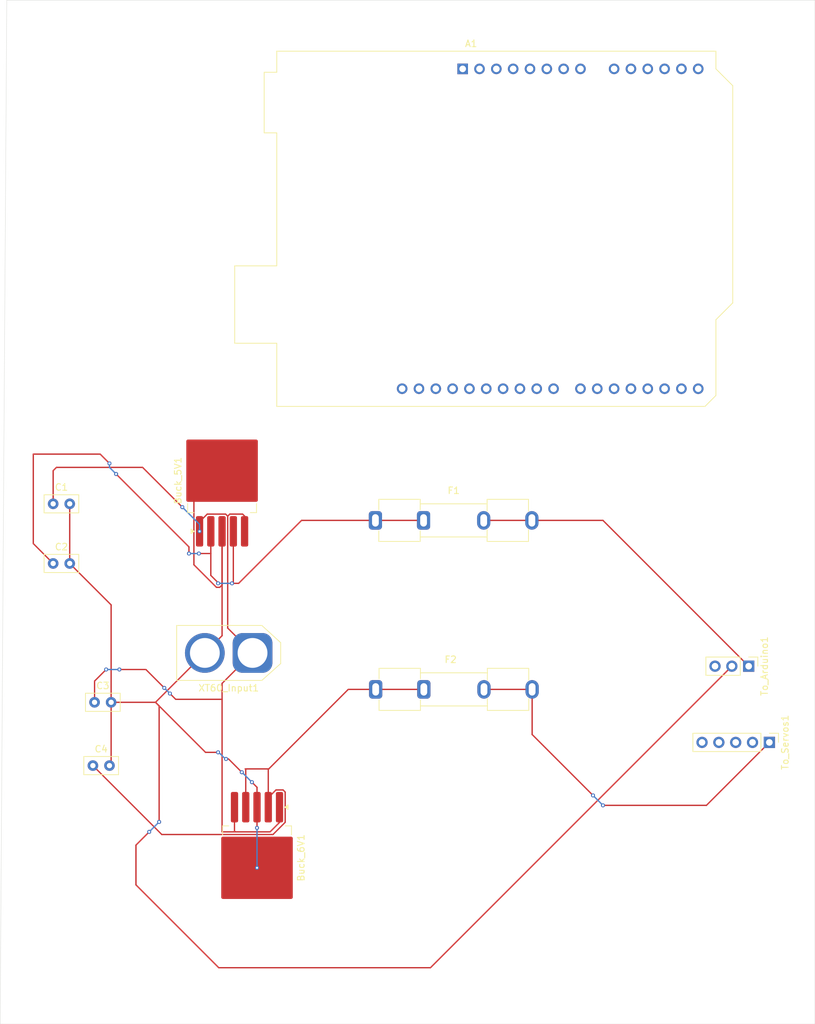
<source format=kicad_pcb>
(kicad_pcb (version 20241229) (generator "pcbnew") (generator_version "9.0")
  (layers (0 "F.Cu" signal) (2 "B.Cu" signal) (13 "F.Paste" user) (15 "B.Paste" user) (5 "F.SilkS" user "F.Silkscreen") (7 "B.SilkS" user "B.Silkscreen") (1 "F.Mask" user) (3 "B.Mask" user) (25 "Edge.Cuts" user))
  (net 0 "")
  (net 2 "Net-(A1-GND-Pad6)")
  (net 10 "Net-(A1-GND-Pad29)")
  (net 29 "Net-(A1-+5V)")
  (net 30 "Net-(A1-GND-Pad7)")
  (net 33 "/GND")
  (net 34 "/+24V_IN")
  (net 35 "/+5V")
  (net 36 "/+6V")
  (net 37 "Net-(To_Arduino1-Pin_1)")
  (net 38 "Net-(To_Servos1-Pin_1)")
  (footprint "Capacitor_THT:C_Disc_D5.0mm_W2.5mm_P2.50mm" (layer "F.Cu") (at 54.25 125.95)
    (property "Reference" "C3" (at 1.25 -2.5 0) (layer "F.SilkS"))
    (property "Value" "C_Small")
    (fp_line (start -1.37 -1.37) (end -1.37 1.37) (stroke (width 0.12)) (layer "F.SilkS"))
    (fp_line (start -1.37 -1.37) (end 3.87 -1.37) (stroke (width 0.12)) (layer "F.SilkS"))
    (fp_line (start -1.37 1.37) (end 3.87 1.37) (stroke (width 0.12)) (layer "F.SilkS"))
    (fp_line (start 3.87 -1.37) (end 3.87 1.37) (stroke (width 0.12)) (layer "F.SilkS"))
    (pad "1" thru_hole circle (at 0 0) (size 1.6 1.6) (drill 0.8) (layers "*.Cu" "*.Mask") (net 34 "/+24V_IN"))
    (pad "2" thru_hole circle (at 2.5 0) (size 1.6 1.6) (drill 0.8) (layers "*.Cu" "*.Mask") (net 33 "/GND"))
  )
  (footprint "Fuse:Fuseholder_Clip-5x20mm_Keystone_3512_Inline_P23.62x7.27mm_D1.02x1.57mm_Horizontal" (layer "F.Cu") (at 96.65 98.5)
    (property "Reference" "F1" (at 11.81 -4.5 0) (layer "F.SilkS"))
    (property "Value" "Fuse")
    (fp_line (start 0.51 -3.175) (end 0.51 -1.6) (stroke (width 0.12)) (layer "F.SilkS"))
    (fp_line (start 0.51 3.175) (end 0.51 1.6) (stroke (width 0.12)) (layer "F.SilkS"))
    (fp_line (start 6.76 -3.175) (end 0.51 -3.175) (stroke (width 0.12)) (layer "F.SilkS"))
    (fp_line (start 6.76 -3.175) (end 6.76 -1.6) (stroke (width 0.12)) (layer "F.SilkS"))
    (fp_line (start 6.76 3.175) (end 0.51 3.175) (stroke (width 0.12)) (layer "F.SilkS"))
    (fp_line (start 6.76 3.175) (end 6.76 1.6) (stroke (width 0.12)) (layer "F.SilkS"))
    (fp_line (start 16.86 -3.175) (end 16.86 -1.4) (stroke (width 0.12)) (layer "F.SilkS"))
    (fp_line (start 16.86 -2.5) (end 6.76 -2.5) (stroke (width 0.12)) (layer "F.SilkS"))
    (fp_line (start 16.86 2.5) (end 6.76 2.5) (stroke (width 0.12)) (layer "F.SilkS"))
    (fp_line (start 16.86 3.175) (end 16.86 1.4) (stroke (width 0.12)) (layer "F.SilkS"))
    (fp_line (start 16.86 3.175) (end 23.11 3.175) (stroke (width 0.12)) (layer "F.SilkS"))
    (fp_line (start 23.11 -3.175) (end 16.86 -3.175) (stroke (width 0.12)) (layer "F.SilkS"))
    (fp_line (start 23.11 -1.4) (end 23.11 -3.175) (stroke (width 0.12)) (layer "F.SilkS"))
    (fp_line (start 23.11 1.4) (end 23.11 3.175) (stroke (width 0.12)) (layer "F.SilkS"))
    (pad "1" thru_hole roundrect (at 0 0) (size 2 2.8) (drill oval 1.02 1.87) (layers "*.Cu" "*.Mask") (net 35 "/+5V"))
    (pad "1" thru_hole roundrect (at 7.27 0) (size 2 2.8) (drill oval 1.02 1.87) (layers "*.Cu" "*.Mask") (net 35 "/+5V"))
    (pad "2" thru_hole oval (at 16.35 0) (size 2 2.8) (drill oval 1.02 1.87) (layers "*.Cu" "*.Mask") (net 37 "Net-(To_Arduino1-Pin_1)"))
    (pad "2" thru_hole oval (at 23.62 0) (size 2 2.8) (drill oval 1.02 1.87) (layers "*.Cu" "*.Mask") (net 37 "Net-(To_Arduino1-Pin_1)"))
  )
  (footprint "Capacitor_THT:C_Disc_D5.0mm_W2.5mm_P2.50mm" (layer "F.Cu") (at 48 105)
    (property "Reference" "C2" (at 1.25 -2.5 0) (layer "F.SilkS"))
    (property "Value" "C_Small")
    (fp_line (start -1.37 -1.37) (end -1.37 1.37) (stroke (width 0.12)) (layer "F.SilkS"))
    (fp_line (start -1.37 -1.37) (end 3.87 -1.37) (stroke (width 0.12)) (layer "F.SilkS"))
    (fp_line (start -1.37 1.37) (end 3.87 1.37) (stroke (width 0.12)) (layer "F.SilkS"))
    (fp_line (start 3.87 -1.37) (end 3.87 1.37) (stroke (width 0.12)) (layer "F.SilkS"))
    (pad "1" thru_hole circle (at 0 0) (size 1.6 1.6) (drill 0.8) (layers "*.Cu" "*.Mask") (net 35 "/+5V"))
    (pad "2" thru_hole circle (at 2.5 0) (size 1.6 1.6) (drill 0.8) (layers "*.Cu" "*.Mask") (net 33 "/GND"))
  )
  (footprint "Capacitor_THT:C_Disc_D5.0mm_W2.5mm_P2.50mm" (layer "F.Cu") (at 48 96)
    (property "Reference" "C1" (at 1.25 -2.5 0) (layer "F.SilkS"))
    (property "Value" "C_Small")
    (fp_line (start -1.37 -1.37) (end -1.37 1.37) (stroke (width 0.12)) (layer "F.SilkS"))
    (fp_line (start -1.37 -1.37) (end 3.87 -1.37) (stroke (width 0.12)) (layer "F.SilkS"))
    (fp_line (start -1.37 1.37) (end 3.87 1.37) (stroke (width 0.12)) (layer "F.SilkS"))
    (fp_line (start 3.87 -1.37) (end 3.87 1.37) (stroke (width 0.12)) (layer "F.SilkS"))
    (pad "1" thru_hole circle (at 0 0) (size 1.6 1.6) (drill 0.8) (layers "*.Cu" "*.Mask") (net 34 "/+24V_IN"))
    (pad "2" thru_hole circle (at 2.5 0) (size 1.6 1.6) (drill 0.8) (layers "*.Cu" "*.Mask") (net 33 "/GND"))
  )
  (footprint "Connector_PinHeader_2.54mm:PinHeader_1x05_P2.54mm_Vertical" (layer "F.Cu") (at 156.12 132 -90)
    (property "Reference" "To_Servos1" (at 0 -2.38 90) (layer "F.SilkS"))
    (property "Value" "Conn_01x05")
    (fp_line (start -1.38 11.54) (end 1.38 11.54) (stroke (width 0.12)) (layer "F.SilkS"))
    (fp_line (start -1.38 1.27) (end -1.38 11.54) (stroke (width 0.12)) (layer "F.SilkS"))
    (fp_line (start -1.38 1.27) (end 1.38 1.27) (stroke (width 0.12)) (layer "F.SilkS"))
    (fp_line (start 1.38 1.27) (end 1.38 11.54) (stroke (width 0.12)) (layer "F.SilkS"))
    (fp_line (start -1.38 0) (end -1.38 -1.38) (stroke (width 0.12)) (layer "F.SilkS"))
    (fp_line (start -1.38 -1.38) (end 0 -1.38) (stroke (width 0.12)) (layer "F.SilkS"))
    (pad "1" thru_hole rect (at 0 0 270) (size 1.7 1.7) (drill 1) (layers "*.Cu" "*.Mask") (net 38 "Net-(To_Servos1-Pin_1)"))
    (pad "2" thru_hole circle (at 0 2.54 270) (size 1.7 1.7) (drill 1) (layers "*.Cu" "*.Mask"))
    (pad "3" thru_hole circle (at 0 5.08 270) (size 1.7 1.7) (drill 1) (layers "*.Cu" "*.Mask"))
    (pad "4" thru_hole circle (at 0 7.62 270) (size 1.7 1.7) (drill 1) (layers "*.Cu" "*.Mask"))
    (pad "5" thru_hole circle (at 0 10.16 270) (size 1.7 1.7) (drill 1) (layers "*.Cu" "*.Mask"))
  )
  (footprint "Module:Arduino_UNO_R3" (layer "F.Cu") (at 109.825 30.37)
    (property "Reference" "A1" (at 1.27 -3.81 180) (layer "F.SilkS"))
    (property "Value" "Arduino_UNO_R3")
    (fp_line (start -34.42 29.72) (end -34.42 41.4) (stroke (width 0.12)) (layer "F.SilkS"))
    (fp_line (start -34.42 41.4) (end -28.07 41.4) (stroke (width 0.12)) (layer "F.SilkS"))
    (fp_line (start -29.97 0.51) (end -29.97 9.65) (stroke (width 0.12)) (layer "F.SilkS"))
    (fp_line (start -29.97 9.65) (end -28.07 9.65) (stroke (width 0.12)) (layer "F.SilkS"))
    (fp_line (start -28.07 -2.67) (end -28.07 0.51) (stroke (width 0.12)) (layer "F.SilkS"))
    (fp_line (start -28.07 0.51) (end -29.97 0.51) (stroke (width 0.12)) (layer "F.SilkS"))
    (fp_line (start -28.07 9.65) (end -28.07 29.72) (stroke (width 0.12)) (layer "F.SilkS"))
    (fp_line (start -28.07 29.72) (end -34.42 29.72) (stroke (width 0.12)) (layer "F.SilkS"))
    (fp_line (start -28.07 41.4) (end -28.07 50.93) (stroke (width 0.12)) (layer "F.SilkS"))
    (fp_line (start -28.07 50.93) (end 36.58 50.93) (stroke (width 0.12)) (layer "F.SilkS"))
    (fp_line (start 36.58 50.93) (end 38.23 49.28) (stroke (width 0.12)) (layer "F.SilkS"))
    (fp_line (start 38.23 -2.67) (end -28.07 -2.67) (stroke (width 0.12)) (layer "F.SilkS"))
    (fp_line (start 38.23 0) (end 38.23 -2.67) (stroke (width 0.12)) (layer "F.SilkS"))
    (fp_line (start 38.23 37.85) (end 40.77 35.31) (stroke (width 0.12)) (layer "F.SilkS"))
    (fp_line (start 38.23 49.28) (end 38.23 37.85) (stroke (width 0.12)) (layer "F.SilkS"))
    (fp_line (start 40.77 2.54) (end 38.23 0) (stroke (width 0.12)) (layer "F.SilkS"))
    (fp_line (start 40.77 35.31) (end 40.77 2.54) (stroke (width 0.12)) (layer "F.SilkS"))
    (pad "1" thru_hole rect (at 0 0 90) (size 1.6 1.6) (drill 1) (layers "*.Cu" "*.Mask"))
    (pad "2" thru_hole oval (at 2.54 0 90) (size 1.6 1.6) (drill 1) (layers "*.Cu" "*.Mask"))
    (pad "3" thru_hole oval (at 5.08 0 90) (size 1.6 1.6) (drill 1) (layers "*.Cu" "*.Mask"))
    (pad "4" thru_hole oval (at 7.62 0 90) (size 1.6 1.6) (drill 1) (layers "*.Cu" "*.Mask"))
    (pad "5" thru_hole oval (at 10.16 0 90) (size 1.6 1.6) (drill 1) (layers "*.Cu" "*.Mask") (net 29 "Net-(A1-+5V)"))
    (pad "6" thru_hole oval (at 12.7 0 90) (size 1.6 1.6) (drill 1) (layers "*.Cu" "*.Mask") (net 2 "Net-(A1-GND-Pad6)"))
    (pad "7" thru_hole oval (at 15.24 0 90) (size 1.6 1.6) (drill 1) (layers "*.Cu" "*.Mask") (net 30 "Net-(A1-GND-Pad7)"))
    (pad "8" thru_hole oval (at 17.78 0 90) (size 1.6 1.6) (drill 1) (layers "*.Cu" "*.Mask"))
    (pad "9" thru_hole oval (at 22.86 0 90) (size 1.6 1.6) (drill 1) (layers "*.Cu" "*.Mask"))
    (pad "10" thru_hole oval (at 25.4 0 90) (size 1.6 1.6) (drill 1) (layers "*.Cu" "*.Mask"))
    (pad "11" thru_hole oval (at 27.94 0 90) (size 1.6 1.6) (drill 1) (layers "*.Cu" "*.Mask"))
    (pad "12" thru_hole oval (at 30.48 0 90) (size 1.6 1.6) (drill 1) (layers "*.Cu" "*.Mask"))
    (pad "13" thru_hole oval (at 33.02 0 90) (size 1.6 1.6) (drill 1) (layers "*.Cu" "*.Mask"))
    (pad "14" thru_hole oval (at 35.56 0 90) (size 1.6 1.6) (drill 1) (layers "*.Cu" "*.Mask"))
    (pad "15" thru_hole oval (at 35.56 48.26 90) (size 1.6 1.6) (drill 1) (layers "*.Cu" "*.Mask"))
    (pad "16" thru_hole oval (at 33.02 48.26 90) (size 1.6 1.6) (drill 1) (layers "*.Cu" "*.Mask"))
    (pad "17" thru_hole oval (at 30.48 48.26 90) (size 1.6 1.6) (drill 1) (layers "*.Cu" "*.Mask"))
    (pad "18" thru_hole oval (at 27.94 48.26 90) (size 1.6 1.6) (drill 1) (layers "*.Cu" "*.Mask"))
    (pad "19" thru_hole oval (at 25.4 48.26 90) (size 1.6 1.6) (drill 1) (layers "*.Cu" "*.Mask"))
    (pad "20" thru_hole oval (at 22.86 48.26 90) (size 1.6 1.6) (drill 1) (layers "*.Cu" "*.Mask"))
    (pad "21" thru_hole oval (at 20.32 48.26 90) (size 1.6 1.6) (drill 1) (layers "*.Cu" "*.Mask"))
    (pad "22" thru_hole oval (at 17.78 48.26 90) (size 1.6 1.6) (drill 1) (layers "*.Cu" "*.Mask"))
    (pad "23" thru_hole oval (at 13.72 48.26 90) (size 1.6 1.6) (drill 1) (layers "*.Cu" "*.Mask"))
    (pad "24" thru_hole oval (at 11.18 48.26 90) (size 1.6 1.6) (drill 1) (layers "*.Cu" "*.Mask"))
    (pad "25" thru_hole oval (at 8.64 48.26 90) (size 1.6 1.6) (drill 1) (layers "*.Cu" "*.Mask"))
    (pad "26" thru_hole oval (at 6.1 48.26 90) (size 1.6 1.6) (drill 1) (layers "*.Cu" "*.Mask"))
    (pad "27" thru_hole oval (at 3.56 48.26 90) (size 1.6 1.6) (drill 1) (layers "*.Cu" "*.Mask"))
    (pad "28" thru_hole oval (at 1.02 48.26 90) (size 1.6 1.6) (drill 1) (layers "*.Cu" "*.Mask"))
    (pad "29" thru_hole oval (at -1.52 48.26 90) (size 1.6 1.6) (drill 1) (layers "*.Cu" "*.Mask") (net 10 "Net-(A1-GND-Pad29)"))
    (pad "30" thru_hole oval (at -4.06 48.26 90) (size 1.6 1.6) (drill 1) (layers "*.Cu" "*.Mask"))
    (pad "31" thru_hole oval (at -6.6 48.26 90) (size 1.6 1.6) (drill 1) (layers "*.Cu" "*.Mask"))
    (pad "32" thru_hole oval (at -9.14 48.26 90) (size 1.6 1.6) (drill 1) (layers "*.Cu" "*.Mask"))
  )
  (footprint "Capacitor_THT:C_Disc_D5.0mm_W2.5mm_P2.50mm" (layer "F.Cu") (at 54 135.5)
    (property "Reference" "C4" (at 1.25 -2.5 0) (layer "F.SilkS"))
    (property "Value" "C_Small")
    (fp_line (start -1.37 -1.37) (end -1.37 1.37) (stroke (width 0.12)) (layer "F.SilkS"))
    (fp_line (start -1.37 -1.37) (end 3.87 -1.37) (stroke (width 0.12)) (layer "F.SilkS"))
    (fp_line (start -1.37 1.37) (end 3.87 1.37) (stroke (width 0.12)) (layer "F.SilkS"))
    (fp_line (start 3.87 -1.37) (end 3.87 1.37) (stroke (width 0.12)) (layer "F.SilkS"))
    (pad "1" thru_hole circle (at 0 0) (size 1.6 1.6) (drill 0.8) (layers "*.Cu" "*.Mask") (net 36 "/+6V"))
    (pad "2" thru_hole circle (at 2.5 0) (size 1.6 1.6) (drill 0.8) (layers "*.Cu" "*.Mask") (net 33 "/GND"))
  )
  (footprint "Package_TO_SOT_SMD:TO-263-5_TabPin3" (layer "F.Cu") (at 78.775 149.425 -90)
    (property "Reference" "Buck_6V1" (at 0 -6.65 90) (layer "F.SilkS"))
    (property "Value" "LM2596S-ADJ")
    (fp_line (start -4.825 5.2) (end -4.825 4.25) (stroke (width 0.12)) (layer "F.SilkS"))
    (fp_line (start -3.46 5.2) (end -4.825 5.2) (stroke (width 0.12)) (layer "F.SilkS"))
    (fp_line (start -4.825 -5.2) (end -4.825 -4.25) (stroke (width 0.12)) (layer "F.SilkS"))
    (fp_line (start -3.46 -5.2) (end -4.825 -5.2) (stroke (width 0.12)) (layer "F.SilkS"))
    (fp_poly (pts (xy -7.65 -4.21) (xy -7.99 -4.68) (xy -7.31 -4.68)) (stroke (width 0.12)) (fill yes) (layer "F.SilkS"))
    (pad "1" smd roundrect (at -7.65 -3.4 270) (size 4.6 1.1) (layers "F.Cu" "F.Mask" "F.Paste") (roundrect_rratio 0.227273) (net 34 "/+24V_IN"))
    (pad "2" smd roundrect (at -7.65 -1.7 270) (size 4.6 1.1) (layers "F.Cu" "F.Mask" "F.Paste") (roundrect_rratio 0.227273) (net 36 "/+6V"))
    (pad "3" smd roundrect (at -7.65 0 270) (size 4.6 1.1) (layers "F.Cu" "F.Mask" "F.Paste") (roundrect_rratio 0.227273) (net 33 "/GND"))
    (pad "3" smd roundrect (at 1.5 0 270) (size 9.4 10.8) (layers "F.Cu" "F.Mask") (roundrect_rratio 0.026596) (net 33 "/GND"))
    (pad "4" smd roundrect (at -7.65 1.7 270) (size 4.6 1.1) (layers "F.Cu" "F.Mask" "F.Paste") (roundrect_rratio 0.227273) (net 36 "/+6V"))
    (pad "5" smd roundrect (at -7.65 3.4 270) (size 4.6 1.1) (layers "F.Cu" "F.Mask" "F.Paste") (roundrect_rratio 0.227273) (net 34 "/+24V_IN"))
  )
  (footprint "Connector_AMASS:AMASS_XT60-F_1x02_P7.20mm_Vertical" (layer "F.Cu") (at 78.1 118.5 180)
    (property "Reference" "XT60_Input1" (at 3.6 -5.3 0) (layer "F.SilkS"))
    (property "Value" "Conn_01x02")
    (fp_line (start 11.45 4.15) (end 11.45 -4.15) (stroke (width 0.12)) (layer "F.SilkS"))
    (fp_line (start 11.45 -4.15) (end -1.4 -4.15) (stroke (width 0.12)) (layer "F.SilkS"))
    (fp_line (start -1.4 4.15) (end 11.45 4.15) (stroke (width 0.12)) (layer "F.SilkS"))
    (fp_line (start -1.4 -4.15) (end -4.25 -1.6) (stroke (width 0.12)) (layer "F.SilkS"))
    (fp_line (start -4.25 1.55) (end -1.4 4.15) (stroke (width 0.12)) (layer "F.SilkS"))
    (fp_line (start -4.25 -1.6) (end -4.25 1.55) (stroke (width 0.12)) (layer "F.SilkS"))
    (pad "1" thru_hole roundrect (at 0 0 180) (size 6 6) (drill 4.5) (layers "*.Cu" "*.Mask") (net 34 "/+24V_IN"))
    (pad "2" thru_hole circle (at 7.2 0 180) (size 6 6) (drill 4.5) (layers "*.Cu" "*.Mask") (net 33 "/GND"))
  )
  (footprint "Fuse:Fuseholder_Clip-5x20mm_Keystone_3512_Inline_P23.62x7.27mm_D1.02x1.57mm_Horizontal" (layer "F.Cu") (at 96.69 124)
    (property "Reference" "F2" (at 11.31 -4.5 0) (layer "F.SilkS"))
    (property "Value" "Fuse")
    (fp_line (start 0.51 -3.175) (end 0.51 -1.6) (stroke (width 0.12)) (layer "F.SilkS"))
    (fp_line (start 0.51 3.175) (end 0.51 1.6) (stroke (width 0.12)) (layer "F.SilkS"))
    (fp_line (start 6.76 -3.175) (end 0.51 -3.175) (stroke (width 0.12)) (layer "F.SilkS"))
    (fp_line (start 6.76 -3.175) (end 6.76 -1.6) (stroke (width 0.12)) (layer "F.SilkS"))
    (fp_line (start 6.76 3.175) (end 0.51 3.175) (stroke (width 0.12)) (layer "F.SilkS"))
    (fp_line (start 6.76 3.175) (end 6.76 1.6) (stroke (width 0.12)) (layer "F.SilkS"))
    (fp_line (start 16.86 -3.175) (end 16.86 -1.4) (stroke (width 0.12)) (layer "F.SilkS"))
    (fp_line (start 16.86 -2.5) (end 6.76 -2.5) (stroke (width 0.12)) (layer "F.SilkS"))
    (fp_line (start 16.86 2.5) (end 6.76 2.5) (stroke (width 0.12)) (layer "F.SilkS"))
    (fp_line (start 16.86 3.175) (end 16.86 1.4) (stroke (width 0.12)) (layer "F.SilkS"))
    (fp_line (start 16.86 3.175) (end 23.11 3.175) (stroke (width 0.12)) (layer "F.SilkS"))
    (fp_line (start 23.11 -3.175) (end 16.86 -3.175) (stroke (width 0.12)) (layer "F.SilkS"))
    (fp_line (start 23.11 -1.4) (end 23.11 -3.175) (stroke (width 0.12)) (layer "F.SilkS"))
    (fp_line (start 23.11 1.4) (end 23.11 3.175) (stroke (width 0.12)) (layer "F.SilkS"))
    (pad "1" thru_hole roundrect (at 0 0) (size 2 2.8) (drill oval 1.02 1.87) (layers "*.Cu" "*.Mask") (net 36 "/+6V"))
    (pad "1" thru_hole roundrect (at 7.27 0) (size 2 2.8) (drill oval 1.02 1.87) (layers "*.Cu" "*.Mask") (net 36 "/+6V"))
    (pad "2" thru_hole oval (at 16.35 0) (size 2 2.8) (drill oval 1.02 1.87) (layers "*.Cu" "*.Mask") (net 38 "Net-(To_Servos1-Pin_1)"))
    (pad "2" thru_hole oval (at 23.62 0) (size 2 2.8) (drill oval 1.02 1.87) (layers "*.Cu" "*.Mask") (net 38 "Net-(To_Servos1-Pin_1)"))
  )
  (footprint "Package_TO_SOT_SMD:TO-263-5_TabPin3" (layer "F.Cu") (at 73.5 92.5 90)
    (property "Reference" "Buck_5V1" (at 0 -6.65 90) (layer "F.SilkS"))
    (property "Value" "LM2596S-ADJ")
    (fp_line (start -3.46 -5.2) (end -4.825 -5.2) (stroke (width 0.12)) (layer "F.SilkS"))
    (fp_line (start -4.825 -5.2) (end -4.825 -4.25) (stroke (width 0.12)) (layer "F.SilkS"))
    (fp_line (start -3.46 5.2) (end -4.825 5.2) (stroke (width 0.12)) (layer "F.SilkS"))
    (fp_line (start -4.825 5.2) (end -4.825 4.25) (stroke (width 0.12)) (layer "F.SilkS"))
    (fp_poly (pts (xy -7.65 -4.21) (xy -7.99 -4.68) (xy -7.31 -4.68)) (stroke (width 0.12)) (fill yes) (layer "F.SilkS"))
    (pad "1" smd roundrect (at -7.65 -3.4 90) (size 4.6 1.1) (layers "F.Cu" "F.Mask" "F.Paste") (roundrect_rratio 0.227273) (net 34 "/+24V_IN"))
    (pad "2" smd roundrect (at -7.65 -1.7 90) (size 4.6 1.1) (layers "F.Cu" "F.Mask" "F.Paste") (roundrect_rratio 0.227273) (net 35 "/+5V"))
    (pad "3" smd roundrect (at -7.65 0 90) (size 4.6 1.1) (layers "F.Cu" "F.Mask" "F.Paste") (roundrect_rratio 0.227273) (net 33 "/GND"))
    (pad "3" smd roundrect (at 1.5 0 90) (size 9.4 10.8) (layers "F.Cu" "F.Mask") (roundrect_rratio 0.026596) (net 33 "/GND"))
    (pad "4" smd roundrect (at -7.65 1.7 90) (size 4.6 1.1) (layers "F.Cu" "F.Mask" "F.Paste") (roundrect_rratio 0.227273) (net 35 "/+5V"))
    (pad "5" smd roundrect (at -7.65 3.4 90) (size 4.6 1.1) (layers "F.Cu" "F.Mask" "F.Paste") (roundrect_rratio 0.227273) (net 34 "/+24V_IN"))
  )
  (footprint "Connector_PinHeader_2.54mm:PinHeader_1x03_P2.54mm_Vertical" (layer "F.Cu") (at 153 120.5 -90)
    (property "Reference" "To_Arduino1" (at 0 -2.38 90) (layer "F.SilkS"))
    (property "Value" "Conn_01x03")
    (fp_line (start -1.38 6.46) (end 1.38 6.46) (stroke (width 0.12)) (layer "F.SilkS"))
    (fp_line (start -1.38 1.27) (end -1.38 6.46) (stroke (width 0.12)) (layer "F.SilkS"))
    (fp_line (start -1.38 1.27) (end 1.38 1.27) (stroke (width 0.12)) (layer "F.SilkS"))
    (fp_line (start 1.38 1.27) (end 1.38 6.46) (stroke (width 0.12)) (layer "F.SilkS"))
    (fp_line (start -1.38 0) (end -1.38 -1.38) (stroke (width 0.12)) (layer "F.SilkS"))
    (fp_line (start -1.38 -1.38) (end 0 -1.38) (stroke (width 0.12)) (layer "F.SilkS"))
    (pad "1" thru_hole rect (at 0 0 270) (size 1.7 1.7) (drill 1) (layers "*.Cu" "*.Mask") (net 37 "Net-(To_Arduino1-Pin_1)"))
    (pad "2" thru_hole circle (at 0 2.54 270) (size 1.7 1.7) (drill 1) (layers "*.Cu" "*.Mask") (net 33 "/GND"))
    (pad "3" thru_hole circle (at 0 5.08 270) (size 1.7 1.7) (drill 1) (layers "*.Cu" "*.Mask"))
  )
  (gr_line (start 163 20) (end 163 174.5) (stroke (width 0.05)) (layer "Edge.Cuts"))
  (gr_line (start 40 174.5) (end 41 20) (stroke (width 0.05)) (layer "Edge.Cuts"))
  (gr_line (start 163 174.5) (end 40 174.5) (stroke (width 0.05)) (layer "Edge.Cuts"))
  (gr_line (start 41 20) (end 163 20) (stroke (width 0.05)) (layer "Edge.Cuts"))
  (segment (start 78.775 138.775) (end 78 138) (width 0.2) (layer "F.Cu") (net 33))
  (segment (start 73.5 108.249943) (end 73.148943 108.601) (width 0.2) (layer "F.Cu") (net 33))
  (segment (start 56.75 134.75) (end 56.75 125.95) (width 0.2) (layer "F.Cu") (net 33))
  (segment (start 104.96 166) (end 73 166) (width 0.2) (layer "F.Cu") (net 33))
  (segment (start 50.5 105) (end 50.5 96) (width 0.2) (layer "F.Cu") (net 33))
  (segment (start 73 166) (end 60.5 153.5) (width 0.2) (layer "F.Cu") (net 33))
  (segment (start 56.5 135) (end 56.75 134.75) (width 0.2) (layer "F.Cu") (net 33))
  (segment (start 73.5 100.15) (end 73.5 115.9) (width 0.2) (layer "F.Cu") (net 33))
  (segment (start 73.148943 108.601) (end 72.651057 108.601) (width 0.2) (layer "F.Cu") (net 33))
  (segment (start 63.45 125.95) (end 56.75 125.95) (width 0.2) (layer "F.Cu") (net 33))
  (segment (start 60.5 153.5) (end 60.5 147.5) (width 0.2) (layer "F.Cu") (net 33))
  (segment (start 56.75 125.95) (end 56.75 111.25) (width 0.2) (layer "F.Cu") (net 33))
  (segment (start 64 126.5) (end 63.45 125.95) (width 0.2) (layer "F.Cu") (net 33))
  (segment (start 70.9 118.5) (end 63.45 125.95) (width 0.2) (layer "F.Cu") (net 33))
  (segment (start 150.46 120.5) (end 104.96 166) (width 0.2) (layer "F.Cu") (net 33))
  (segment (start 69.249 105.198943) (end 69.249 95.251) (width 0.2) (layer "F.Cu") (net 33))
  (segment (start 56.75 111.25) (end 50.5 105) (width 0.2) (layer "F.Cu") (net 33))
  (segment (start 69.249 95.251) (end 73.5 91) (width 0.2) (layer "F.Cu") (net 33))
  (segment (start 78.775 141.775) (end 78.775 138.775) (width 0.2) (layer "F.Cu") (net 33))
  (segment (start 60.5 147.5) (end 62.5 145.5) (width 0.2) (layer "F.Cu") (net 33))
  (segment (start 64 144) (end 64 126.5) (width 0.2) (layer "F.Cu") (net 33))
  (segment (start 73.5 115.9) (end 70.9 118.5) (width 0.2) (layer "F.Cu") (net 33))
  (segment (start 74.475 134.5) (end 74.1 134.5) (width 0.2) (layer "F.Cu") (net 33))
  (segment (start 71 133.5) (end 63.45 125.95) (width 0.2) (layer "F.Cu") (net 33))
  (segment (start 72.9 133.5) (end 71 133.5) (width 0.2) (layer "F.Cu") (net 33))
  (segment (start 72.651057 108.601) (end 69.249 105.198943) (width 0.2) (layer "F.Cu") (net 33))
  (segment (start 76.475 136.5) (end 74.475 134.5) (width 0.2) (layer "F.Cu") (net 33))
  (segment (start 73.5 100.15) (end 73.5 108.249943) (width 0.2) (layer "F.Cu") (net 33))
  (segment (start 78.775 141.775) (end 78.775 144.9) (width 0.2) (layer "F.Cu") (net 33))
  (segment (start 56.5 135.5) (end 56.5 135) (width 0.2) (layer "F.Cu") (net 33))
  (via (at 62.5 145.5) (size 0.6) (drill 0.3) (layers "F.Cu" "B.Cu") (net 33))
  (via (at 78 138) (size 0.6) (drill 0.3) (layers "F.Cu" "B.Cu") (net 33))
  (via (at 78.775 144.9) (size 0.6) (drill 0.3) (layers "F.Cu" "B.Cu") (net 33))
  (via (at 76.475 136.5) (size 0.6) (drill 0.3) (layers "F.Cu" "B.Cu") (net 33))
  (via (at 74.1 134.5) (size 0.6) (drill 0.3) (layers "F.Cu" "B.Cu") (net 33))
  (via (at 78.775 150.925) (size 0.6) (drill 0.3) (layers "F.Cu" "B.Cu") (net 33))
  (via (at 72.9 133.5) (size 0.6) (drill 0.3) (layers "F.Cu" "B.Cu") (net 33))
  (via (at 64 144) (size 0.6) (drill 0.3) (layers "F.Cu" "B.Cu") (net 33))
  (segment (start 78 138) (end 76.5 136.5) (width 0.2) (layer "B.Cu") (net 33))
  (segment (start 73 133.5) (end 72.9 133.5) (width 0.2) (layer "B.Cu") (net 33))
  (segment (start 62.5 145.5) (end 64 144) (width 0.2) (layer "B.Cu") (net 33))
  (segment (start 78.775 144.9) (end 78.775 150.925) (width 0.2) (layer "B.Cu") (net 33))
  (segment (start 74 134.5) (end 73 133.5) (width 0.2) (layer "B.Cu") (net 33))
  (segment (start 76.5 136.5) (end 76.475 136.5) (width 0.2) (layer "B.Cu") (net 33))
  (segment (start 74.1 134.5) (end 74 134.5) (width 0.2) (layer "B.Cu") (net 33))
  (segment (start 74.35 114.75) (end 78.1 118.5) (width 0.2) (layer "F.Cu") (net 34))
  (segment (start 61.5 90.5) (end 62 91) (width 0.2) (layer "F.Cu") (net 34))
  (segment (start 58 121) (end 62 121) (width 0.2) (layer "F.Cu") (net 34))
  (segment (start 71.26484 97.549) (end 74.03516 97.549) (width 0.2) (layer "F.Cu") (net 34))
  (segment (start 74.66484 97.549) (end 74.35 97.86384) (width 0.2) (layer "F.Cu") (net 34))
  (segment (start 48 91) (end 48.5 90.5) (width 0.2) (layer "F.Cu") (net 34))
  (segment (start 82.175 144.075) (end 82.175 141.775) (width 0.2) (layer "F.Cu") (net 34))
  (segment (start 76.9 97.85) (end 76.599 97.549) (width 0.2) (layer "F.Cu") (net 34))
  (segment (start 73.5 123.1) (end 73.5 125.5) (width 0.2) (layer "F.Cu") (net 34))
  (segment (start 80.75 145.5) (end 82.175 144.075) (width 0.2) (layer "F.Cu") (net 34))
  (segment (start 54.25 122.75) (end 56 121) (width 0.2) (layer "F.Cu") (net 34))
  (segment (start 75.5 145.5) (end 80.75 145.5) (width 0.2) (layer "F.Cu") (net 34))
  (segment (start 78.1 118.5) (end 73.5 123.1) (width 0.2) (layer "F.Cu") (net 34))
  (segment (start 70.1 98.71384) (end 71.26484 97.549) (width 0.2) (layer "F.Cu") (net 34))
  (segment (start 62 91) (end 67.5 96.5) (width 0.2) (layer "F.Cu") (net 34))
  (segment (start 74.03516 97.549) (end 74.35 97.86384) (width 0.2) (layer "F.Cu") (net 34))
  (segment (start 73.5 125.5) (end 73.5 145.5) (width 0.2) (layer "F.Cu") (net 34))
  (segment (start 65.624265 124.624265) (end 66.5 125.5) (width 0.2) (layer "F.Cu") (net 34))
  (segment (start 70.1 100.15) (end 70.1 98.71384) (width 0.2) (layer "F.Cu") (net 34))
  (segment (start 76.9 100.15) (end 76.9 97.85) (width 0.2) (layer "F.Cu") (net 34))
  (segment (start 75.375 145.375) (end 75.5 145.5) (width 0.2) (layer "F.Cu") (net 34))
  (segment (start 54.25 125.95) (end 54.25 122.75) (width 0.2) (layer "F.Cu") (net 34))
  (segment (start 48.5 90.5) (end 61.5 90.5) (width 0.2) (layer "F.Cu") (net 34))
  (segment (start 62 121) (end 64.775735 123.775735) (width 0.2) (layer "F.Cu") (net 34))
  (segment (start 73.5 145.5) (end 75.5 145.5) (width 0.2) (layer "F.Cu") (net 34))
  (segment (start 76.599 97.549) (end 74.66484 97.549) (width 0.2) (layer "F.Cu") (net 34))
  (segment (start 66.5 125.5) (end 73.5 125.5) (width 0.2) (layer "F.Cu") (net 34))
  (segment (start 48 96) (end 48 91) (width 0.2) (layer "F.Cu") (net 34))
  (segment (start 74.35 97.86384) (end 74.35 114.75) (width 0.2) (layer "F.Cu") (net 34))
  (segment (start 75.375 141.775) (end 75.375 145.375) (width 0.2) (layer "F.Cu") (net 34))
  (via (at 70.1 100.15) (size 0.6) (drill 0.3) (layers "F.Cu" "B.Cu") (net 34))
  (via (at 56 121) (size 0.6) (drill 0.3) (layers "F.Cu" "B.Cu") (net 34))
  (via (at 65.624265 124.624265) (size 0.6) (drill 0.3) (layers "F.Cu" "B.Cu") (net 34))
  (via (at 64.775735 123.775735) (size 0.6) (drill 0.3) (layers "F.Cu" "B.Cu") (net 34))
  (via (at 58 121) (size 0.6) (drill 0.3) (layers "F.Cu" "B.Cu") (net 34))
  (via (at 67.5 96.5) (size 0.6) (drill 0.3) (layers "F.Cu" "B.Cu") (net 34))
  (segment (start 56 121) (end 58 121) (width 0.2) (layer "B.Cu") (net 34))
  (segment (start 70.1 99.1) (end 70.1 100.15) (width 0.2) (layer "B.Cu") (net 34))
  (segment (start 64.775735 123.775735) (end 65.624265 124.624265) (width 0.2) (layer "B.Cu") (net 34))
  (segment (start 67.5 96.5) (end 70.1 99.1) (width 0.2) (layer "B.Cu") (net 34))
  (segment (start 45 88.5) (end 55.1 88.5) (width 0.2) (layer "F.Cu") (net 35))
  (segment (start 75 108) (end 76 108) (width 0.2) (layer "F.Cu") (net 35))
  (segment (start 71.8 106.8) (end 73 108) (width 0.2) (layer "F.Cu") (net 35))
  (segment (start 76 108) (end 85.5 98.5) (width 0.2) (layer "F.Cu") (net 35))
  (segment (start 57.5 91.5) (end 68.5 102.5) (width 0.2) (layer "F.Cu") (net 35))
  (segment (start 55.1 88.5) (end 56.5 89.9) (width 0.2) (layer "F.Cu") (net 35))
  (segment (start 70 103.5) (end 71.8 103.5) (width 0.2) (layer "F.Cu") (net 35))
  (segment (start 73 108) (end 72.9 108) (width 0.2) (layer "F.Cu") (net 35))
  (segment (start 96.65 98.5) (end 103.92 98.5) (width 0.2) (layer "F.Cu") (net 35))
  (segment (start 71.8 103.5) (end 71.8 106.8) (width 0.2) (layer "F.Cu") (net 35))
  (segment (start 71.8 100.15) (end 71.8 103.5) (width 0.2) (layer "F.Cu") (net 35))
  (segment (start 75 108) (end 75.2 107.8) (width 0.2) (layer "F.Cu") (net 35))
  (segment (start 68.5 102.5) (end 68.5 103.5) (width 0.2) (layer "F.Cu") (net 35))
  (segment (start 75.2 107.8) (end 75.2 100.15) (width 0.2) (layer "F.Cu") (net 35))
  (segment (start 48 105) (end 45 102) (width 0.2) (layer "F.Cu") (net 35))
  (segment (start 85.5 98.5) (end 96.65 98.5) (width 0.2) (layer "F.Cu") (net 35))
  (segment (start 45 102) (end 45 88.5) (width 0.2) (layer "F.Cu") (net 35))
  (via (at 57.5 91.5) (size 0.6) (drill 0.3) (layers "F.Cu" "B.Cu") (net 35))
  (via (at 56.5 89.9) (size 0.6) (drill 0.3) (layers "F.Cu" "B.Cu") (net 35))
  (via (at 75 108) (size 0.6) (drill 0.3) (layers "F.Cu" "B.Cu") (net 35))
  (via (at 72.9 108) (size 0.6) (drill 0.3) (layers "F.Cu" "B.Cu") (net 35))
  (via (at 68.5 103.5) (size 0.6) (drill 0.3) (layers "F.Cu" "B.Cu") (net 35))
  (via (at 70 103.5) (size 0.6) (drill 0.3) (layers "F.Cu" "B.Cu") (net 35))
  (segment (start 56.5 90.5) (end 57.5 91.5) (width 0.2) (layer "B.Cu") (net 35))
  (segment (start 56.5 89.9) (end 56.5 90.5) (width 0.2) (layer "B.Cu") (net 35))
  (segment (start 72.9 108) (end 75 108) (width 0.2) (layer "B.Cu") (net 35))
  (segment (start 68.5 103.5) (end 70 103.5) (width 0.2) (layer "B.Cu") (net 35))
  (segment (start 77.075 141.775) (end 77.075 136.075) (width 0.2) (layer "F.Cu") (net 36))
  (segment (start 77 136) (end 80.5 136) (width 0.2) (layer "F.Cu") (net 36))
  (segment (start 64.401 145.901) (end 81.18516 145.901) (width 0.2) (layer "F.Cu") (net 36))
  (segment (start 81.63984 139.174) (end 80.475 140.33884) (width 0.2) (layer "F.Cu") (net 36))
  (segment (start 96.69 124) (end 92.55 124) (width 0.2) (layer "F.Cu") (net 36))
  (segment (start 83.026 139.48984) (end 82.71016 139.174) (width 0.2) (layer "F.Cu") (net 36))
  (segment (start 54 135.5) (end 64.401 145.901) (width 0.2) (layer "F.Cu") (net 36))
  (segment (start 83.026 144.06016) (end 83.026 139.48984) (width 0.2) (layer "F.Cu") (net 36))
  (segment (start 80.525 136.025) (end 80.475 136.075) (width 0.2) (layer "F.Cu") (net 36))
  (segment (start 82.71016 139.174) (end 81.63984 139.174) (width 0.2) (layer "F.Cu") (net 36))
  (segment (start 92.55 124) (end 80.525 136.025) (width 0.2) (layer "F.Cu") (net 36))
  (segment (start 96.69 124) (end 103.96 124) (width 0.2) (layer "F.Cu") (net 36))
  (segment (start 77.075 136.075) (end 77 136) (width 0.2) (layer "F.Cu") (net 36))
  (segment (start 81.18516 145.901) (end 83.026 144.06016) (width 0.2) (layer "F.Cu") (net 36))
  (segment (start 80.475 136.075) (end 80.475 141.775) (width 0.2) (layer "F.Cu") (net 36))
  (segment (start 80.475 140.33884) (end 80.475 141.775) (width 0.2) (layer "F.Cu") (net 36))
  (segment (start 80.5 136) (end 80.525 136.025) (width 0.2) (layer "F.Cu") (net 36))
  (segment (start 120.27 98.5) (end 131 98.5) (width 0.2) (layer "F.Cu") (net 37))
  (segment (start 131 98.5) (end 153 120.5) (width 0.2) (layer "F.Cu") (net 37))
  (segment (start 113 98.5) (end 120.27 98.5) (width 0.2) (layer "F.Cu") (net 37))
  (segment (start 146.62 141.5) (end 156.12 132) (width 0.2) (layer "F.Cu") (net 38))
  (segment (start 113.04 124) (end 120.31 124) (width 0.2) (layer "F.Cu") (net 38))
  (segment (start 120.31 130.81) (end 129.5 140) (width 0.2) (layer "F.Cu") (net 38))
  (segment (start 120.31 124) (end 120.31 130.81) (width 0.2) (layer "F.Cu") (net 38))
  (segment (start 131 141.5) (end 146.62 141.5) (width 0.2) (layer "F.Cu") (net 38))
  (via (at 131 141.5) (size 0.6) (drill 0.3) (layers "F.Cu" "B.Cu") (net 38))
  (via (at 129.5 140) (size 0.6) (drill 0.3) (layers "F.Cu" "B.Cu") (net 38))
  (segment (start 129.5 140) (end 131 141.5) (width 0.2) (layer "B.Cu") (net 38))
)
</source>
